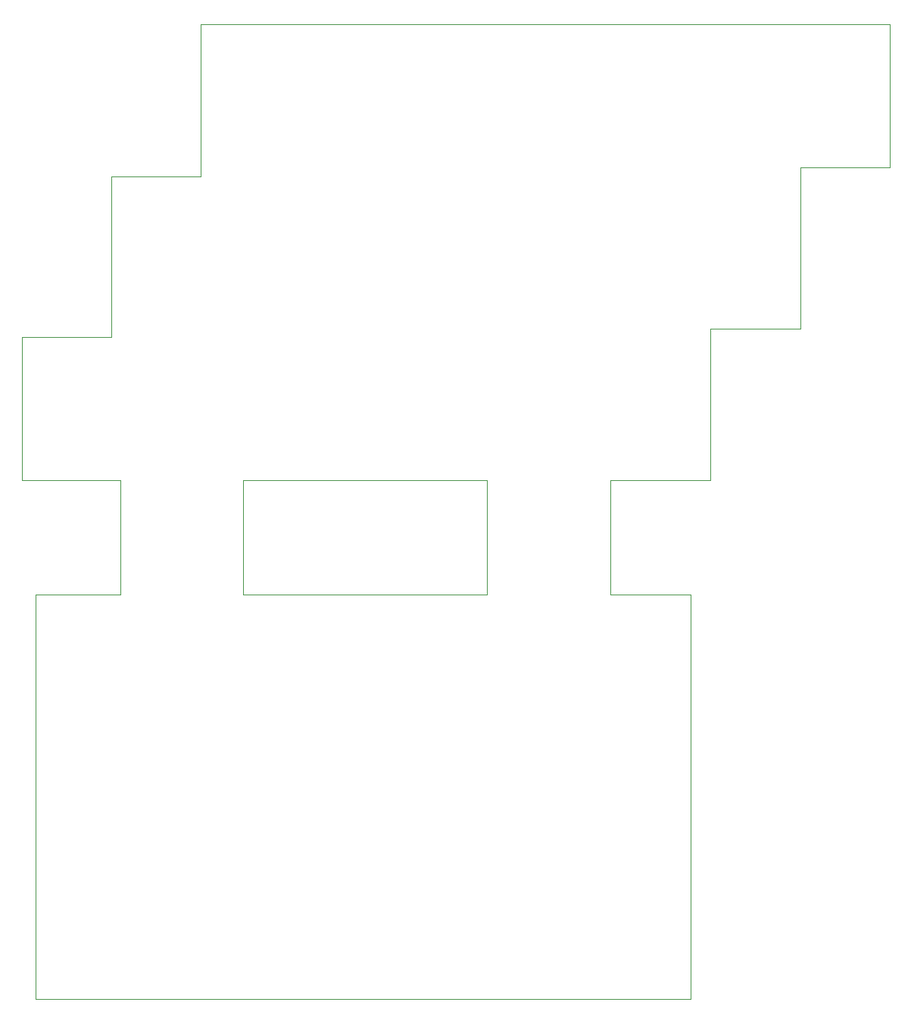
<source format=gbr>
%TF.GenerationSoftware,KiCad,Pcbnew,9.0.3+dfsg-1*%
%TF.CreationDate,2026-02-27T14:07:48+01:00*%
%TF.ProjectId,tastiera_isomorfa,74617374-6965-4726-915f-69736f6d6f72,rev?*%
%TF.SameCoordinates,Original*%
%TF.FileFunction,Profile,NP*%
%FSLAX46Y46*%
G04 Gerber Fmt 4.6, Leading zero omitted, Abs format (unit mm)*
G04 Created by KiCad (PCBNEW 9.0.3+dfsg-1) date 2026-02-27 14:07:48*
%MOMM*%
%LPD*%
G01*
G04 APERTURE LIST*
%TA.AperFunction,Profile*%
%ADD10C,0.050000*%
%TD*%
G04 APERTURE END LIST*
D10*
X182250000Y-154000000D02*
X109000000Y-154000000D01*
X118500000Y-96000000D02*
X118500000Y-108750000D01*
X127500000Y-45000000D02*
X204500000Y-45000000D01*
X107500000Y-80000000D02*
X117500000Y-80000000D01*
X194500000Y-79000000D02*
X194500000Y-61000000D01*
X204500000Y-61000000D02*
X204500000Y-45000000D01*
X127500000Y-62000000D02*
X127500000Y-45000000D01*
X184500000Y-96000000D02*
X184500000Y-79000000D01*
X182250000Y-108750000D02*
X182250000Y-154000000D01*
X173250000Y-96000000D02*
X173250000Y-108750000D01*
X184500000Y-79000000D02*
X194500000Y-79000000D01*
X159500000Y-96000000D02*
X132250000Y-96000000D01*
X132250000Y-108750000D02*
X159500000Y-108750000D01*
X118500000Y-108750000D02*
X109000000Y-108750000D01*
X184500000Y-96000000D02*
X173250000Y-96000000D01*
X173250000Y-108750000D02*
X182250000Y-108750000D01*
X132250000Y-96000000D02*
X132250000Y-108750000D01*
X109000000Y-108750000D02*
X109000000Y-154000000D01*
X117500000Y-62000000D02*
X127500000Y-62000000D01*
X107500000Y-96000000D02*
X107500000Y-80000000D01*
X159500000Y-108750000D02*
X159500000Y-96000000D01*
X107500000Y-96000000D02*
X118500000Y-96000000D01*
X117500000Y-80000000D02*
X117500000Y-62000000D01*
X194500000Y-61000000D02*
X204500000Y-61000000D01*
M02*

</source>
